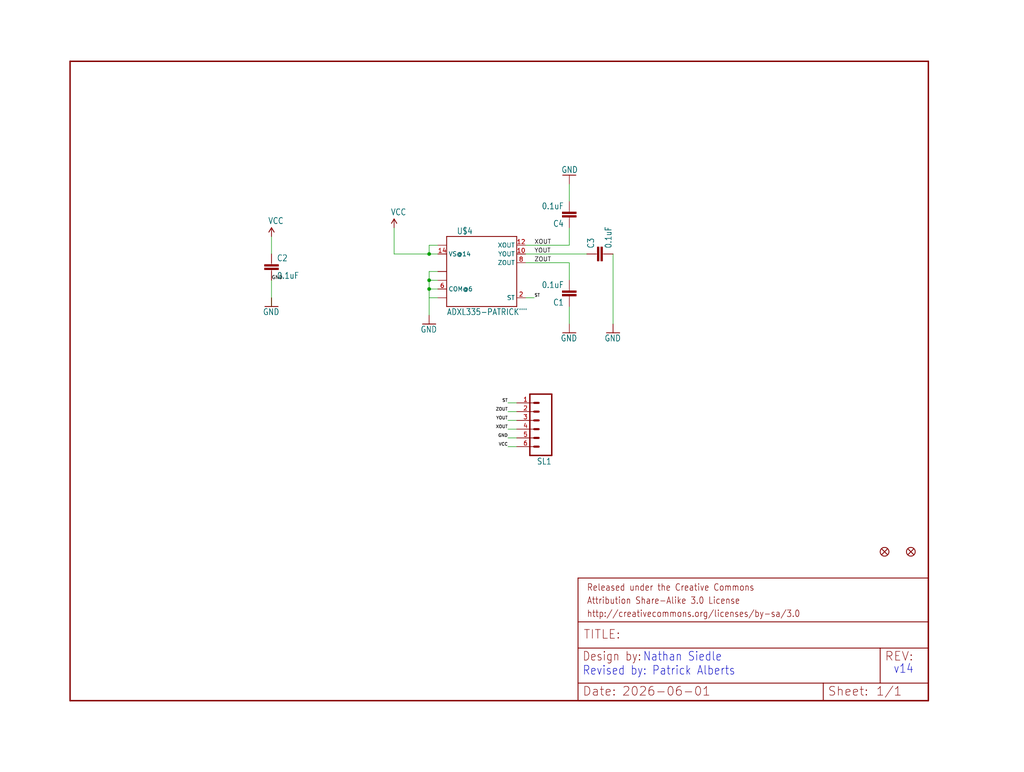
<source format=kicad_sch>
(kicad_sch (version 20230121) (generator eeschema)
  (paper "User" 297.002 223.926)
  (lib_symbols
    (symbol "working-eagle-import:ADXL335-PATRICK{dblquote}{dblquote}"
      (property "Reference" "U" (at -2.54 12.7 0))
      (symbol "ADXL335-PATRICK{dblquote}{dblquote}_1_0"
        (polyline (pts (xy -10.16 -10.16) (xy -10.16 10.16)) (stroke (width 0.254)))
        (polyline (pts (xy -10.16 10.16) (xy 10.16 10.16)) (stroke (width 0.254)))
        (polyline (pts (xy 10.16 -10.16) (xy -10.16 -10.16)) (stroke (width 0.254)))
        (polyline (pts (xy 10.16 10.16) (xy 10.16 -10.16)) (stroke (width 0.254)))
        (pin bidirectional line (at 12.7 5.08 180) (length 2.54) (name "YOUT") (number "10"))
        (pin bidirectional line (at 12.7 7.62 180) (length 2.54) (name "XOUT") (number "12"))
        (pin bidirectional line (at -12.7 5.08 0) (length 2.54) (name "VS@14") (number "14"))
        (pin bidirectional line (at -12.7 7.62 0) (length 2.54) (name "VS@15") (number "15"))
        (pin bidirectional line (at 12.7 -7.62 180) (length 2.54) (name "ST") (number "2"))
        (pin bidirectional line (at -12.7 0 0) (length 2.54) (name "COM@3") (number "3"))
        (pin bidirectional line (at -12.7 -2.54 0) (length 2.54) (name "COM@5") (number "5"))
        (pin bidirectional line (at -12.7 -5.08 0) (length 2.54) (name "COM@6") (number "6"))
        (pin bidirectional line (at -12.7 -7.62 0) (length 2.54) (name "COM@7") (number "7"))
        (pin bidirectional line (at 12.7 2.54 180) (length 2.54) (name "ZOUT") (number "8"))
      )
    )
    (symbol "working-eagle-import:CAP0603-CAP"
      (property "Reference" "C" (at 1.524 2.921 0))
      (symbol "CAP0603-CAP_1_0"
        (rectangle (start -2.032 0.508) (end 2.032 1.016) (fill (type outline)))
        (rectangle (start -2.032 1.524) (end 2.032 2.032) (fill (type outline)))
        (polyline (pts (xy 0 0) (xy 0 0.508)) (stroke (width 0.1524)))
        (polyline (pts (xy 0 2.54) (xy 0 2.032)) (stroke (width 0.1524)))
        (pin passive line (at 0 5.08 270) (length 2.54) (name "1") (number "1"))
        (pin passive line (at 0 -2.54 90) (length 2.54) (name "2") (number "2"))
      )
    )
    (symbol "working-eagle-import:FIDUCIAL1X2"
      (symbol "FIDUCIAL1X2_1_0"
        (polyline (pts (xy -0.762 0.762) (xy 0.762 -0.762)) (stroke (width 0.254)))
        (polyline (pts (xy 0.762 0.762) (xy -0.762 -0.762)) (stroke (width 0.254)))
        (circle (center 0 0) (radius 1.27) (stroke (width 0.254)))
      )
    )
    (symbol "working-eagle-import:FRAME-LETTER"
      (symbol "FRAME-LETTER_1_0"
        (polyline (pts (xy 0 0) (xy 248.92 0)) (stroke (width 0.4064)))
        (polyline (pts (xy 0 185.42) (xy 0 0)) (stroke (width 0.4064)))
        (polyline (pts (xy 0 185.42) (xy 248.92 185.42)) (stroke (width 0.4064)))
        (polyline (pts (xy 248.92 185.42) (xy 248.92 0)) (stroke (width 0.4064)))
      )
      (symbol "FRAME-LETTER_2_0"
        (polyline (pts (xy 0 0) (xy 0 5.08)) (stroke (width 0.254)))
        (polyline (pts (xy 0 0) (xy 71.12 0)) (stroke (width 0.254)))
        (polyline (pts (xy 0 5.08) (xy 0 15.24)) (stroke (width 0.254)))
        (polyline (pts (xy 0 5.08) (xy 71.12 5.08)) (stroke (width 0.254)))
        (polyline (pts (xy 0 15.24) (xy 0 22.86)) (stroke (width 0.254)))
        (polyline (pts (xy 0 22.86) (xy 0 35.56)) (stroke (width 0.254)))
        (polyline (pts (xy 0 22.86) (xy 101.6 22.86)) (stroke (width 0.254)))
        (polyline (pts (xy 71.12 0) (xy 101.6 0)) (stroke (width 0.254)))
        (polyline (pts (xy 71.12 5.08) (xy 71.12 0)) (stroke (width 0.254)))
        (polyline (pts (xy 71.12 5.08) (xy 87.63 5.08)) (stroke (width 0.254)))
        (polyline (pts (xy 87.63 5.08) (xy 101.6 5.08)) (stroke (width 0.254)))
        (polyline (pts (xy 87.63 15.24) (xy 0 15.24)) (stroke (width 0.254)))
        (polyline (pts (xy 87.63 15.24) (xy 87.63 5.08)) (stroke (width 0.254)))
        (polyline (pts (xy 101.6 5.08) (xy 101.6 0)) (stroke (width 0.254)))
        (polyline (pts (xy 101.6 15.24) (xy 87.63 15.24)) (stroke (width 0.254)))
        (polyline (pts (xy 101.6 15.24) (xy 101.6 5.08)) (stroke (width 0.254)))
        (polyline (pts (xy 101.6 22.86) (xy 101.6 15.24)) (stroke (width 0.254)))
        (polyline (pts (xy 101.6 35.56) (xy 0 35.56)) (stroke (width 0.254)))
        (polyline (pts (xy 101.6 35.56) (xy 101.6 22.86)) (stroke (width 0.254)))
        (text "${#}/${##}" (at 86.36 1.27 0) (effects (font (size 2.54 2.54)) (justify left bottom)))
        (text "${CURRENT_DATE}" (at 12.7 1.27 0) (effects (font (size 2.54 2.54)) (justify left bottom)))
        (text "${PROJECTNAME}" (at 15.494 17.78 0) (effects (font (size 2.7432 2.7432)) (justify left bottom)))
        (text "Attribution Share-Alike 3.0 License" (at 2.54 27.94 0) (effects (font (size 1.9304 1.6408)) (justify left bottom)))
        (text "Date:" (at 1.27 1.27 0) (effects (font (size 2.54 2.54)) (justify left bottom)))
        (text "Design by:" (at 1.27 11.43 0) (effects (font (size 2.54 2.159)) (justify left bottom)))
        (text "http://creativecommons.org/licenses/by-sa/3.0" (at 2.54 24.13 0) (effects (font (size 1.9304 1.6408)) (justify left bottom)))
        (text "Released under the Creative Commons" (at 2.54 31.75 0) (effects (font (size 1.9304 1.6408)) (justify left bottom)))
        (text "REV:" (at 88.9 11.43 0) (effects (font (size 2.54 2.54)) (justify left bottom)))
        (text "Sheet:" (at 72.39 1.27 0) (effects (font (size 2.54 2.54)) (justify left bottom)))
        (text "TITLE:" (at 1.524 17.78 0) (effects (font (size 2.54 2.54)) (justify left bottom)))
      )
    )
    (symbol "working-eagle-import:GND" (power)
      (property "Value" "GND" (at -2.54 -2.54 0))
      (symbol "GND_1_0"
        (polyline (pts (xy -1.905 0) (xy 1.905 0)) (stroke (width 0.254)))
        (pin power_in line (at 0 2.54 270) (length 2.54) (name "GND") (number "1"))
      )
    )
    (symbol "working-eagle-import:M06SIP"
      (property "Reference" "JP" (at -5.08 10.922 0))
      (symbol "M06SIP_1_0"
        (polyline (pts (xy -5.08 10.16) (xy -5.08 -7.62)) (stroke (width 0.4064)))
        (polyline (pts (xy -5.08 10.16) (xy 1.27 10.16)) (stroke (width 0.4064)))
        (polyline (pts (xy -1.27 -5.08) (xy 0 -5.08)) (stroke (width 0.6096)))
        (polyline (pts (xy -1.27 -2.54) (xy 0 -2.54)) (stroke (width 0.6096)))
        (polyline (pts (xy -1.27 0) (xy 0 0)) (stroke (width 0.6096)))
        (polyline (pts (xy -1.27 2.54) (xy 0 2.54)) (stroke (width 0.6096)))
        (polyline (pts (xy -1.27 5.08) (xy 0 5.08)) (stroke (width 0.6096)))
        (polyline (pts (xy -1.27 7.62) (xy 0 7.62)) (stroke (width 0.6096)))
        (polyline (pts (xy 1.27 -7.62) (xy -5.08 -7.62)) (stroke (width 0.4064)))
        (polyline (pts (xy 1.27 -7.62) (xy 1.27 10.16)) (stroke (width 0.4064)))
        (pin passive line (at 5.08 -5.08 180) (length 5.08) (name "1") (number "1"))
        (pin passive line (at 5.08 -2.54 180) (length 5.08) (name "2") (number "2"))
        (pin passive line (at 5.08 0 180) (length 5.08) (name "3") (number "3"))
        (pin passive line (at 5.08 2.54 180) (length 5.08) (name "4") (number "4"))
        (pin passive line (at 5.08 5.08 180) (length 5.08) (name "5") (number "5"))
        (pin passive line (at 5.08 7.62 180) (length 5.08) (name "6") (number "6"))
      )
    )
    (symbol "working-eagle-import:VCC" (power)
      (property "Value" "VCC" (at -1.016 3.556 0))
      (symbol "VCC_1_0"
        (polyline (pts (xy 0 2.54) (xy -0.762 1.27)) (stroke (width 0.254)))
        (polyline (pts (xy 0.762 1.27) (xy 0 2.54)) (stroke (width 0.254)))
        (pin power_in line (at 0 0 90) (length 2.54) (name "VCC") (number "1"))
      )
    )
  )
  (junction (at 124.46 73.66))
  (junction (at 124.46 81.28))
  (junction (at 124.46 83.82))
  (wire (pts (xy 124.46 86.36) (xy 127 86.36)) (stroke (width 0.1524)))
  (wire (pts (xy 149.86 121.92) (xy 147.32 121.92)) (stroke (width 0.1524)))
  (wire (pts (xy 124.46 83.82) (xy 124.46 81.28)) (stroke (width 0.1524)))
  (wire (pts (xy 149.86 129.54) (xy 147.32 129.54)) (stroke (width 0.1524)))
  (wire (pts (xy 149.86 116.84) (xy 147.32 116.84)) (stroke (width 0.1524)))
  (wire (pts (xy 124.46 73.66) (xy 114.3 73.66)) (stroke (width 0.1524)))
  (wire (pts (xy 149.86 119.38) (xy 147.32 119.38)) (stroke (width 0.1524)))
  (wire (pts (xy 152.4 71.12) (xy 165.1 71.12)) (stroke (width 0.1524)))
  (wire (pts (xy 165.1 71.12) (xy 165.1 66.04)) (stroke (width 0.1524)))
  (wire (pts (xy 149.86 127) (xy 147.32 127)) (stroke (width 0.1524)))
  (wire (pts (xy 78.74 81.28) (xy 78.74 88.9)) (stroke (width 0.1524)))
  (wire (pts (xy 165.1 88.9) (xy 165.1 93.98)) (stroke (width 0.1524)))
  (wire (pts (xy 124.46 78.74) (xy 127 78.74)) (stroke (width 0.1524)))
  (wire (pts (xy 124.46 81.28) (xy 124.46 78.74)) (stroke (width 0.1524)))
  (wire (pts (xy 124.46 71.12) (xy 127 71.12)) (stroke (width 0.1524)))
  (wire (pts (xy 124.46 81.28) (xy 127 81.28)) (stroke (width 0.1524)))
  (wire (pts (xy 149.86 124.46) (xy 147.32 124.46)) (stroke (width 0.1524)))
  (wire (pts (xy 114.3 73.66) (xy 114.3 66.04)) (stroke (width 0.1524)))
  (wire (pts (xy 127 83.82) (xy 124.46 83.82)) (stroke (width 0.1524)))
  (wire (pts (xy 78.74 68.58) (xy 78.74 73.66)) (stroke (width 0.1524)))
  (wire (pts (xy 165.1 58.42) (xy 165.1 53.34)) (stroke (width 0.1524)))
  (wire (pts (xy 152.4 73.66) (xy 170.18 73.66)) (stroke (width 0.1524)))
  (wire (pts (xy 177.8 73.66) (xy 177.8 93.98)) (stroke (width 0.1524)))
  (wire (pts (xy 124.46 86.36) (xy 124.46 91.44)) (stroke (width 0.1524)))
  (wire (pts (xy 165.1 76.2) (xy 165.1 81.28)) (stroke (width 0.1524)))
  (wire (pts (xy 152.4 76.2) (xy 165.1 76.2)) (stroke (width 0.1524)))
  (wire (pts (xy 124.46 73.66) (xy 124.46 71.12)) (stroke (width 0.1524)))
  (wire (pts (xy 124.46 83.82) (xy 124.46 86.36)) (stroke (width 0.1524)))
  (wire (pts (xy 127 73.66) (xy 124.46 73.66)) (stroke (width 0.1524)))
  (wire (pts (xy 152.4 86.36) (xy 154.94 86.36)) (stroke (width 0.1524)))
  (text "Revised by: Patrick Alberts" (at 168.91 196.088 0) (effects (font (size 2.54 2.159)) (justify left bottom)))
  (text "v14" (at 259.08 195.58 0) (effects (font (size 2.54 2.159)) (justify left bottom)))
  (text "Nathan Siedle" (at 186.436 192.024 0) (effects (font (size 2.54 2.159)) (justify left bottom)))
  (label "ZOUT" (at 154.94 76.2 0) (effects (font (size 1.2446 1.2446))))
  (label "YOUT" (at 154.94 73.66 0) (effects (font (size 1.2446 1.2446))))
  (label "ZOUT" (at 147.32 119.38 180) (effects (font (size 0.889 0.889))))
  (label "ST" (at 154.94 86.36 0) (effects (font (size 0.889 0.889))))
  (label "XOUT" (at 147.32 124.46 180) (effects (font (size 0.889 0.889))))
  (label "GND" (at 78.74 81.28 0) (effects (font (size 1.016 1.016))))
  (label "ST" (at 147.32 116.84 180) (effects (font (size 0.889 0.889))))
  (label "YOUT" (at 147.32 121.92 180) (effects (font (size 0.889 0.889))))
  (label "GND" (at 147.32 127 180) (effects (font (size 0.889 0.889))))
  (label "XOUT" (at 154.94 71.12 0) (effects (font (size 1.2446 1.2446))))
  (label "VCC" (at 147.32 129.54 180) (effects (font (size 0.889 0.889))))
  (symbol (lib_id "working-eagle-import:CAP0603-CAP") (at 165.1 60.96 180) (unit 1)
    (property "Reference" "C4" (at 163.576 63.881 0) (effects (font (size 1.778 1.5113)) (justify left bottom)))
    (property "Value" "0.1uF" (at 163.576 58.801 0) (effects (font (size 1.778 1.5113)) (justify left bottom)))
    (property "Footprint" "working:0603-CAP" (effects hide))
  )
  (symbol (lib_id "working-eagle-import:VCC") (at 114.3 66.04 0) (unit 1)
    (property "Reference" "#P+1" (effects hide))
    (property "Value" "VCC" (at 113.284 62.484 0) (effects (font (size 1.778 1.5113)) (justify left bottom)))
  )
  (symbol (lib_id "working-eagle-import:CAP0603-CAP") (at 78.74 78.74 0) (unit 1)
    (property "Reference" "C2" (at 80.264 75.819 0) (effects (font (size 1.778 1.5113)) (justify left bottom)))
    (property "Value" "0.1uF" (at 80.264 80.899 0) (effects (font (size 1.778 1.5113)) (justify left bottom)))
    (property "Footprint" "working:0603-CAP" (effects hide))
  )
  (symbol (lib_id "working-eagle-import:CAP0603-CAP") (at 175.26 73.66 90) (unit 1)
    (property "Reference" "C3" (at 172.339 72.136 0) (effects (font (size 1.778 1.5113)) (justify left bottom)))
    (property "Value" "0.1uF" (at 177.419 72.136 0) (effects (font (size 1.778 1.5113)) (justify left bottom)))
    (property "Footprint" "working:0603-CAP" (effects hide))
  )
  (symbol (lib_id "working-eagle-import:VCC") (at 78.74 68.58 0) (unit 1)
    (property "Reference" "#P+2" (effects hide))
    (property "Value" "VCC" (at 77.724 65.024 0) (effects (font (size 1.778 1.5113)) (justify left bottom)))
  )
  (symbol (lib_id "working-eagle-import:GND") (at 78.74 88.9 0) (unit 1)
    (property "Reference" "#GND3" (effects hide))
    (property "Value" "GND" (at 76.2 91.44 0) (effects (font (size 1.778 1.5113)) (justify left bottom)))
  )
  (symbol (lib_id "working-eagle-import:GND") (at 165.1 96.52 0) (unit 1)
    (property "Reference" "#GND5" (effects hide))
    (property "Value" "GND" (at 162.56 99.06 0) (effects (font (size 1.778 1.5113)) (justify left bottom)))
  )
  (symbol (lib_id "working-eagle-import:GND") (at 124.46 93.98 0) (unit 1)
    (property "Reference" "#GND4" (effects hide))
    (property "Value" "GND" (at 121.92 96.52 0) (effects (font (size 1.778 1.5113)) (justify left bottom)))
  )
  (symbol (lib_id "working-eagle-import:M06SIP") (at 154.94 121.92 180) (unit 1)
    (property "Reference" "SL1" (at 160.02 132.842 0) (effects (font (size 1.778 1.5113)) (justify left bottom)))
    (property "Value" "M06SIP" (effects hide))
    (property "Footprint" "working:1X06" (effects hide))
  )
  (symbol (lib_id "working-eagle-import:FRAME-LETTER") (at 20.32 203.2 0) (unit 1)
    (property "Reference" "#FRAME1" (effects hide))
    (property "Value" "FRAME-LETTER" (effects hide))
  )
  (symbol (lib_id "working-eagle-import:FIDUCIAL1X2") (at 264.16 160.02 0) (unit 1)
    (property "Reference" "U$1" (effects hide))
    (property "Value" "FIDUCIAL1X2" (effects hide))
    (property "Footprint" "working:FIDUCIAL-1X2" (effects hide))
  )
  (symbol (lib_id "working-eagle-import:GND") (at 165.1 50.8 180) (unit 1)
    (property "Reference" "#GND6" (effects hide))
    (property "Value" "GND" (at 167.64 48.26 0) (effects (font (size 1.778 1.5113)) (justify left bottom)))
  )
  (symbol (lib_id "working-eagle-import:GND") (at 177.8 96.52 0) (unit 1)
    (property "Reference" "#GND1" (effects hide))
    (property "Value" "GND" (at 175.26 99.06 0) (effects (font (size 1.778 1.5113)) (justify left bottom)))
  )
  (symbol (lib_id "working-eagle-import:FIDUCIAL1X2") (at 256.54 160.02 0) (unit 1)
    (property "Reference" "U$3" (effects hide))
    (property "Value" "FIDUCIAL1X2" (effects hide))
    (property "Footprint" "working:FIDUCIAL-1X2" (effects hide))
  )
  (symbol (lib_id "working-eagle-import:ADXL335-PATRICK{dblquote}{dblquote}") (at 139.7 78.74 0) (unit 1)
    (property "Reference" "U$4" (at 137.16 66.04 0) (effects (font (size 1.778 1.5113)) (justify right top)))
    (property "Value" "ADXL335-PATRICK{dblquote}{dblquote}" (at 129.54 91.44 0) (effects (font (size 1.778 1.5113)) (justify left bottom)))
    (property "Footprint" "working:ADXL335-P" (effects hide))
  )
  (symbol (lib_id "working-eagle-import:CAP0603-CAP") (at 165.1 83.82 180) (unit 1)
    (property "Reference" "C1" (at 163.576 86.741 0) (effects (font (size 1.778 1.5113)) (justify left bottom)))
    (property "Value" "0.1uF" (at 163.576 81.661 0) (effects (font (size 1.778 1.5113)) (justify left bottom)))
    (property "Footprint" "working:0603-CAP" (effects hide))
  )
  (symbol (lib_id "working-eagle-import:FRAME-LETTER") (at 167.64 203.2 0) (unit 2)
    (property "Reference" "#FRAME1" (effects hide))
    (property "Value" "FRAME-LETTER" (effects hide))
  )
)
</source>
